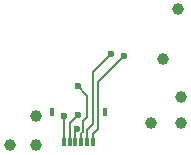
<source format=gbl>
G04*
G04 #@! TF.GenerationSoftware,Altium Limited,Altium Designer,23.10.1 (27)*
G04*
G04 Layer_Physical_Order=2*
G04 Layer_Color=16711680*
%FSLAX25Y25*%
%MOIN*%
G70*
G04*
G04 #@! TF.SameCoordinates,51DF8756-C7FE-4A26-B6EC-ED2339CC954E*
G04*
G04*
G04 #@! TF.FilePolarity,Positive*
G04*
G01*
G75*
%ADD10C,0.00787*%
%ADD14R,0.01575X0.03150*%
%ADD15R,0.01181X0.03150*%
%ADD25C,0.03937*%
%ADD26C,0.02362*%
D10*
X-204331Y20440D02*
Y20866D01*
X-204724Y16535D02*
Y20046D01*
X-204331Y20440D01*
X-202165Y19969D02*
Y23425D01*
X-200787Y24803D01*
Y31890D01*
X-203937Y35039D02*
X-200787Y31890D01*
X-198819Y39764D02*
X-192913Y45669D01*
X-198819Y22441D02*
Y39764D01*
X-200787Y20472D02*
X-198819Y22441D01*
X-200787Y16535D02*
Y20472D01*
X-197244Y36614D02*
X-188583Y45276D01*
X-197244Y20866D02*
Y36614D01*
X-198819Y19291D02*
X-197244Y20866D01*
X-198819Y16535D02*
Y19291D01*
X-208661Y25197D02*
X-208661Y25197D01*
Y16535D02*
Y25197D01*
X-202756Y19379D02*
X-202165Y19969D01*
X-202756Y16535D02*
Y19379D01*
X-206693Y22835D02*
X-203937Y25591D01*
X-206693Y16535D02*
Y22835D01*
D14*
X-212598Y26378D02*
D03*
X-194882D02*
D03*
D15*
X-200787Y16535D02*
D03*
X-202756D02*
D03*
X-204724D02*
D03*
X-198819D02*
D03*
X-206693D02*
D03*
X-208661D02*
D03*
D25*
X-226378Y15354D02*
D03*
X-217717D02*
D03*
Y25197D02*
D03*
X-175394Y44094D02*
D03*
X-170374Y60728D02*
D03*
X-179528Y22835D02*
D03*
X-169685Y22835D02*
D03*
Y31496D02*
D03*
D26*
X-208661Y25197D02*
D03*
X-203937Y25591D02*
D03*
X-204331Y20866D02*
D03*
X-203937Y35039D02*
D03*
X-192913Y45669D02*
D03*
X-188583Y45276D02*
D03*
M02*

</source>
